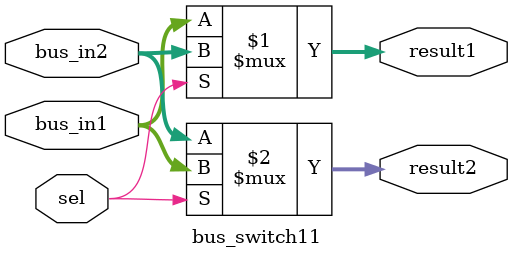
<source format=v>
module bus_switch11(bus_in1,bus_in2, result1,result2, sel);

input sel;
input [9:0] bus_in1, bus_in2;
output [9:0] result1, result2;

assign result1 = sel ? bus_in2 : bus_in1;
assign result2 = sel ? bus_in1 : bus_in2;

endmodule
</source>
